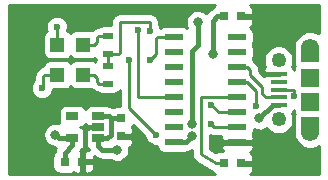
<source format=gtl>
G04 #@! TF.FileFunction,Copper,L1,Top,Signal*
%FSLAX46Y46*%
G04 Gerber Fmt 4.6, Leading zero omitted, Abs format (unit mm)*
G04 Created by KiCad (PCBNEW 4.0.7) date 04/02/19 22:13:27*
%MOMM*%
%LPD*%
G01*
G04 APERTURE LIST*
%ADD10C,0.100000*%
%ADD11R,0.750000X0.800000*%
%ADD12R,0.800000X0.750000*%
%ADD13R,1.200000X1.200000*%
%ADD14R,1.550000X1.500000*%
%ADD15R,1.550000X1.275000*%
%ADD16C,1.550000*%
%ADD17C,1.250000*%
%ADD18R,1.350000X0.400000*%
%ADD19R,0.900000X0.500000*%
%ADD20R,1.060000X0.650000*%
%ADD21R,1.500000X0.600000*%
%ADD22C,0.800000*%
%ADD23C,0.600000*%
%ADD24C,0.400000*%
%ADD25C,0.250000*%
%ADD26C,0.254000*%
G04 APERTURE END LIST*
D10*
D11*
X152273000Y-115050000D03*
X152273000Y-113550000D03*
D12*
X160921000Y-117348000D03*
X162421000Y-117348000D03*
X148959000Y-117221000D03*
X147459000Y-117221000D03*
X162421000Y-104902000D03*
X160921000Y-104902000D03*
D13*
X149055000Y-107315000D03*
X146855000Y-107315000D03*
X149055000Y-109855000D03*
X146855000Y-109855000D03*
D14*
X168275000Y-110125000D03*
D15*
X168275000Y-108187500D03*
D16*
X168275000Y-107550000D03*
X168275000Y-114700000D03*
D17*
X165575000Y-113625000D03*
D18*
X165575000Y-112425000D03*
X165575000Y-111775000D03*
X165575000Y-109825000D03*
X165575000Y-110475000D03*
X165575000Y-111125000D03*
D17*
X165575000Y-108625000D03*
D15*
X168275000Y-114062500D03*
D14*
X168275000Y-112125000D03*
D19*
X151130000Y-108065000D03*
X151130000Y-106565000D03*
X151130000Y-109105000D03*
X151130000Y-110605000D03*
D20*
X150325000Y-115250000D03*
X150325000Y-114300000D03*
X150325000Y-113350000D03*
X148125000Y-113350000D03*
X148125000Y-115250000D03*
D21*
X162085000Y-115570000D03*
X162085000Y-114300000D03*
X162085000Y-113030000D03*
X162085000Y-111760000D03*
X162085000Y-110490000D03*
X162085000Y-109220000D03*
X162085000Y-107950000D03*
X162085000Y-106680000D03*
X156685000Y-106680000D03*
X156685000Y-107950000D03*
X156685000Y-109220000D03*
X156685000Y-110490000D03*
X156685000Y-111760000D03*
X156685000Y-113030000D03*
X156685000Y-114300000D03*
X156685000Y-115570000D03*
D22*
X156845000Y-117729000D03*
X166116000Y-104775000D03*
X164338000Y-107061000D03*
X167767000Y-104775000D03*
X165989000Y-116459000D03*
X167640000Y-116459000D03*
X164338000Y-115697000D03*
X149733000Y-104521000D03*
X151892000Y-116205000D03*
X163957000Y-113538000D03*
D23*
X154686000Y-106172000D03*
D22*
X158242000Y-114046000D03*
X158750000Y-105410000D03*
X146685000Y-114935000D03*
X158242000Y-115062000D03*
X160020000Y-108077000D03*
D23*
X159893000Y-112395000D03*
X146812000Y-105791000D03*
X145542000Y-110998000D03*
X159893000Y-114046000D03*
X166878000Y-111633000D03*
X163703000Y-112522000D03*
X153670000Y-106045000D03*
X154686000Y-108585000D03*
X152908000Y-108585000D03*
X155194000Y-114935000D03*
D24*
X167767000Y-104775000D02*
X166116000Y-104775000D01*
X164338000Y-106553000D02*
X166116000Y-104775000D01*
X164084000Y-108839000D02*
X164084000Y-107315000D01*
X164435000Y-109825000D02*
X164084000Y-109474000D01*
X164084000Y-109474000D02*
X164084000Y-108839000D01*
X164435000Y-109825000D02*
X165575000Y-109825000D01*
X164084000Y-107315000D02*
X164338000Y-107061000D01*
X164338000Y-107061000D02*
X164338000Y-106553000D01*
X167640000Y-116459000D02*
X165989000Y-116459000D01*
X165989000Y-116459000D02*
X165100000Y-117348000D01*
X165100000Y-117348000D02*
X163576000Y-117348000D01*
X162421000Y-117348000D02*
X163576000Y-117348000D01*
X164338000Y-116586000D02*
X164338000Y-115697000D01*
X163576000Y-117348000D02*
X164338000Y-116586000D01*
X150325000Y-114300000D02*
X149225000Y-114300000D01*
X148959000Y-116471000D02*
X148959000Y-117221000D01*
X149225000Y-116205000D02*
X148959000Y-116471000D01*
X149225000Y-114300000D02*
X149225000Y-116205000D01*
X152273000Y-113550000D02*
X151396000Y-113550000D01*
X151396000Y-113550000D02*
X151196000Y-113350000D01*
X150325000Y-115250000D02*
X151069000Y-115250000D01*
X151196000Y-113350000D02*
X150325000Y-113350000D01*
X151384000Y-113538000D02*
X151196000Y-113350000D01*
X151384000Y-114935000D02*
X151384000Y-113538000D01*
X151069000Y-115250000D02*
X151384000Y-114935000D01*
X150325000Y-115908000D02*
X150325000Y-115250000D01*
X150622000Y-116205000D02*
X150325000Y-115908000D01*
X151892000Y-116205000D02*
X150622000Y-116205000D01*
X165070000Y-112425000D02*
X163957000Y-113538000D01*
X165575000Y-112425000D02*
X165070000Y-112425000D01*
D25*
X162085000Y-111760000D02*
X159004000Y-111760000D01*
X160274000Y-117348000D02*
X160909000Y-117348000D01*
X159004000Y-116586000D02*
X160274000Y-117348000D01*
X159004000Y-112395000D02*
X159004000Y-116586000D01*
X159004000Y-111760000D02*
X159004000Y-112395000D01*
X152146000Y-107696000D02*
X152146000Y-107950000D01*
X152146000Y-107696000D02*
X152146000Y-105410000D01*
X152146000Y-105410000D02*
X154686000Y-105410000D01*
X154686000Y-105410000D02*
X154686000Y-106172000D01*
X152031000Y-108065000D02*
X151130000Y-108065000D01*
X152146000Y-107950000D02*
X152031000Y-108065000D01*
D24*
X148125000Y-115250000D02*
X147000000Y-115250000D01*
X158242000Y-114046000D02*
X158242000Y-107823000D01*
X158242000Y-107823000D02*
X158750000Y-107315000D01*
X158750000Y-107315000D02*
X158750000Y-105410000D01*
X147000000Y-115250000D02*
X146685000Y-114935000D01*
X147459000Y-117221000D02*
X147459000Y-116447000D01*
X148125000Y-115781000D02*
X148125000Y-115250000D01*
X147459000Y-116447000D02*
X148125000Y-115781000D01*
D25*
X151130000Y-109105000D02*
X151130000Y-107950000D01*
X151130000Y-107950000D02*
X151130000Y-107938000D01*
D24*
X156685000Y-115570000D02*
X157734000Y-115570000D01*
X157734000Y-115570000D02*
X158242000Y-115062000D01*
X160401000Y-104902000D02*
X160921000Y-104902000D01*
X160020000Y-105283000D02*
X160401000Y-104902000D01*
X160020000Y-108077000D02*
X160020000Y-105283000D01*
D25*
X149055000Y-107315000D02*
X149987000Y-107315000D01*
X150356000Y-106565000D02*
X151130000Y-106565000D01*
X150241000Y-106680000D02*
X150356000Y-106565000D01*
X150241000Y-107061000D02*
X150241000Y-106680000D01*
X149987000Y-107315000D02*
X150241000Y-107061000D01*
X162085000Y-113030000D02*
X160528000Y-113030000D01*
X160528000Y-113030000D02*
X159893000Y-112395000D01*
X146855000Y-105834000D02*
X146855000Y-107315000D01*
X146812000Y-105791000D02*
X146855000Y-105834000D01*
X149055000Y-109855000D02*
X149987000Y-109855000D01*
X150356000Y-110605000D02*
X151130000Y-110605000D01*
X150241000Y-110490000D02*
X150356000Y-110605000D01*
X150241000Y-110109000D02*
X150241000Y-110490000D01*
X149987000Y-109855000D02*
X150241000Y-110109000D01*
X145669000Y-110871000D02*
X145542000Y-110998000D01*
X145669000Y-109982000D02*
X145669000Y-110871000D01*
X145796000Y-109855000D02*
X145669000Y-109982000D01*
X146855000Y-109855000D02*
X145796000Y-109855000D01*
X162085000Y-114300000D02*
X160147000Y-114300000D01*
X160147000Y-114300000D02*
X159893000Y-114046000D01*
X165575000Y-111775000D02*
X164480000Y-111775000D01*
X162941000Y-109220000D02*
X162085000Y-109220000D01*
X163195000Y-109474000D02*
X162941000Y-109220000D01*
X163195000Y-109855000D02*
X163195000Y-109474000D01*
X164211000Y-110871000D02*
X163195000Y-109855000D01*
X164211000Y-111506000D02*
X164211000Y-110871000D01*
X164480000Y-111775000D02*
X164211000Y-111506000D01*
X162085000Y-110490000D02*
X162941000Y-110490000D01*
X166878000Y-111125000D02*
X165575000Y-111125000D01*
X166878000Y-111633000D02*
X166878000Y-111125000D01*
X163703000Y-111252000D02*
X163703000Y-112522000D01*
X162941000Y-110490000D02*
X163703000Y-111252000D01*
X156685000Y-111760000D02*
X153670000Y-111760813D01*
X153670000Y-109982000D02*
X153670000Y-106045000D01*
X153670000Y-111760813D02*
X153670000Y-109982000D01*
X155321000Y-106680000D02*
X156685000Y-106680000D01*
X155194000Y-106807000D02*
X155321000Y-106680000D01*
X155194000Y-108077000D02*
X155194000Y-106807000D01*
X154686000Y-108585000D02*
X155194000Y-108077000D01*
X152908000Y-112649000D02*
X152908000Y-108585000D01*
X155194000Y-114935000D02*
X152908000Y-112649000D01*
D26*
G36*
X166861928Y-112875000D02*
X166869992Y-112976121D01*
X166923106Y-113147634D01*
X166928439Y-113155728D01*
X166887190Y-113247237D01*
X166861928Y-113425000D01*
X166861928Y-114700000D01*
X166864374Y-114730675D01*
X166863147Y-114818557D01*
X166913063Y-115090529D01*
X167014855Y-115347626D01*
X167164646Y-115580056D01*
X167356729Y-115778964D01*
X167583790Y-115936775D01*
X167837178Y-116047478D01*
X168107243Y-116106855D01*
X168383697Y-116112646D01*
X168656012Y-116064630D01*
X168913813Y-115964635D01*
X169015000Y-115900420D01*
X169015000Y-118273000D01*
X163140837Y-118273000D01*
X163225789Y-118216237D01*
X163314237Y-118127789D01*
X163383730Y-118023785D01*
X163431597Y-117908223D01*
X163456000Y-117785542D01*
X163456000Y-117633750D01*
X163297250Y-117475000D01*
X162548000Y-117475000D01*
X162548000Y-117495000D01*
X162294000Y-117495000D01*
X162294000Y-117475000D01*
X162274000Y-117475000D01*
X162274000Y-117221000D01*
X162294000Y-117221000D01*
X162294000Y-117201000D01*
X162548000Y-117201000D01*
X162548000Y-117221000D01*
X163297250Y-117221000D01*
X163456000Y-117062250D01*
X163456000Y-116910458D01*
X163431597Y-116787777D01*
X163383730Y-116672215D01*
X163314237Y-116568211D01*
X163225789Y-116479763D01*
X163145592Y-116426177D01*
X163239789Y-116363237D01*
X163328237Y-116274789D01*
X163397730Y-116170785D01*
X163445597Y-116055223D01*
X163470000Y-115932542D01*
X163470000Y-115855750D01*
X163311250Y-115697000D01*
X162212000Y-115697000D01*
X162212000Y-115717000D01*
X161958000Y-115717000D01*
X161958000Y-115697000D01*
X160858750Y-115697000D01*
X160700000Y-115855750D01*
X160700000Y-115932542D01*
X160724403Y-116055223D01*
X160772270Y-116170785D01*
X160841763Y-116274789D01*
X160901902Y-116334928D01*
X160521000Y-116334928D01*
X160419879Y-116342992D01*
X160248366Y-116396106D01*
X160208485Y-116422386D01*
X159764000Y-116155695D01*
X159764000Y-114975011D01*
X159781757Y-114978915D01*
X159813095Y-114979571D01*
X159847604Y-114998543D01*
X159851416Y-114999752D01*
X159854935Y-115001639D01*
X159922031Y-115022152D01*
X159988987Y-115043392D01*
X159992959Y-115043838D01*
X159996781Y-115045006D01*
X160066605Y-115052098D01*
X160136389Y-115059926D01*
X160144204Y-115059981D01*
X160144347Y-115059995D01*
X160144480Y-115059982D01*
X160147000Y-115060000D01*
X160734666Y-115060000D01*
X160724403Y-115084777D01*
X160700000Y-115207458D01*
X160700000Y-115284250D01*
X160858750Y-115443000D01*
X161958000Y-115443000D01*
X161958000Y-115423000D01*
X162212000Y-115423000D01*
X162212000Y-115443000D01*
X163311250Y-115443000D01*
X163470000Y-115284250D01*
X163470000Y-115207458D01*
X163445597Y-115084777D01*
X163397730Y-114969215D01*
X163376101Y-114936845D01*
X163447810Y-114777763D01*
X163473072Y-114600000D01*
X163473072Y-114456091D01*
X163635620Y-114527106D01*
X163833859Y-114570692D01*
X164036788Y-114574943D01*
X164236679Y-114539697D01*
X164425916Y-114466296D01*
X164562333Y-114379723D01*
X164582768Y-114411433D01*
X164754417Y-114589181D01*
X164957322Y-114730204D01*
X165183755Y-114829130D01*
X165425089Y-114882191D01*
X165672134Y-114887365D01*
X165915479Y-114844457D01*
X166145855Y-114755100D01*
X166354487Y-114622698D01*
X166533429Y-114452294D01*
X166675865Y-114250378D01*
X166776369Y-114024642D01*
X166831113Y-113783684D01*
X166835054Y-113501451D01*
X166787059Y-113259058D01*
X166706408Y-113063384D01*
X166789025Y-112966450D01*
X166861928Y-112804720D01*
X166861928Y-112875000D01*
X166861928Y-112875000D01*
G37*
X166861928Y-112875000D02*
X166869992Y-112976121D01*
X166923106Y-113147634D01*
X166928439Y-113155728D01*
X166887190Y-113247237D01*
X166861928Y-113425000D01*
X166861928Y-114700000D01*
X166864374Y-114730675D01*
X166863147Y-114818557D01*
X166913063Y-115090529D01*
X167014855Y-115347626D01*
X167164646Y-115580056D01*
X167356729Y-115778964D01*
X167583790Y-115936775D01*
X167837178Y-116047478D01*
X168107243Y-116106855D01*
X168383697Y-116112646D01*
X168656012Y-116064630D01*
X168913813Y-115964635D01*
X169015000Y-115900420D01*
X169015000Y-118273000D01*
X163140837Y-118273000D01*
X163225789Y-118216237D01*
X163314237Y-118127789D01*
X163383730Y-118023785D01*
X163431597Y-117908223D01*
X163456000Y-117785542D01*
X163456000Y-117633750D01*
X163297250Y-117475000D01*
X162548000Y-117475000D01*
X162548000Y-117495000D01*
X162294000Y-117495000D01*
X162294000Y-117475000D01*
X162274000Y-117475000D01*
X162274000Y-117221000D01*
X162294000Y-117221000D01*
X162294000Y-117201000D01*
X162548000Y-117201000D01*
X162548000Y-117221000D01*
X163297250Y-117221000D01*
X163456000Y-117062250D01*
X163456000Y-116910458D01*
X163431597Y-116787777D01*
X163383730Y-116672215D01*
X163314237Y-116568211D01*
X163225789Y-116479763D01*
X163145592Y-116426177D01*
X163239789Y-116363237D01*
X163328237Y-116274789D01*
X163397730Y-116170785D01*
X163445597Y-116055223D01*
X163470000Y-115932542D01*
X163470000Y-115855750D01*
X163311250Y-115697000D01*
X162212000Y-115697000D01*
X162212000Y-115717000D01*
X161958000Y-115717000D01*
X161958000Y-115697000D01*
X160858750Y-115697000D01*
X160700000Y-115855750D01*
X160700000Y-115932542D01*
X160724403Y-116055223D01*
X160772270Y-116170785D01*
X160841763Y-116274789D01*
X160901902Y-116334928D01*
X160521000Y-116334928D01*
X160419879Y-116342992D01*
X160248366Y-116396106D01*
X160208485Y-116422386D01*
X159764000Y-116155695D01*
X159764000Y-114975011D01*
X159781757Y-114978915D01*
X159813095Y-114979571D01*
X159847604Y-114998543D01*
X159851416Y-114999752D01*
X159854935Y-115001639D01*
X159922031Y-115022152D01*
X159988987Y-115043392D01*
X159992959Y-115043838D01*
X159996781Y-115045006D01*
X160066605Y-115052098D01*
X160136389Y-115059926D01*
X160144204Y-115059981D01*
X160144347Y-115059995D01*
X160144480Y-115059982D01*
X160147000Y-115060000D01*
X160734666Y-115060000D01*
X160724403Y-115084777D01*
X160700000Y-115207458D01*
X160700000Y-115284250D01*
X160858750Y-115443000D01*
X161958000Y-115443000D01*
X161958000Y-115423000D01*
X162212000Y-115423000D01*
X162212000Y-115443000D01*
X163311250Y-115443000D01*
X163470000Y-115284250D01*
X163470000Y-115207458D01*
X163445597Y-115084777D01*
X163397730Y-114969215D01*
X163376101Y-114936845D01*
X163447810Y-114777763D01*
X163473072Y-114600000D01*
X163473072Y-114456091D01*
X163635620Y-114527106D01*
X163833859Y-114570692D01*
X164036788Y-114574943D01*
X164236679Y-114539697D01*
X164425916Y-114466296D01*
X164562333Y-114379723D01*
X164582768Y-114411433D01*
X164754417Y-114589181D01*
X164957322Y-114730204D01*
X165183755Y-114829130D01*
X165425089Y-114882191D01*
X165672134Y-114887365D01*
X165915479Y-114844457D01*
X166145855Y-114755100D01*
X166354487Y-114622698D01*
X166533429Y-114452294D01*
X166675865Y-114250378D01*
X166776369Y-114024642D01*
X166831113Y-113783684D01*
X166835054Y-113501451D01*
X166787059Y-113259058D01*
X166706408Y-113063384D01*
X166789025Y-112966450D01*
X166861928Y-112804720D01*
X166861928Y-112875000D01*
G36*
X160098441Y-104048900D02*
X159985593Y-104181305D01*
X159946226Y-104201711D01*
X159942796Y-104204449D01*
X159938918Y-104206511D01*
X159879131Y-104255272D01*
X159818866Y-104303380D01*
X159812761Y-104309401D01*
X159812630Y-104309508D01*
X159812530Y-104309629D01*
X159810566Y-104311566D01*
X159463024Y-104659108D01*
X159412926Y-104608660D01*
X159244653Y-104495158D01*
X159057539Y-104416503D01*
X158858710Y-104375689D01*
X158655741Y-104374272D01*
X158456363Y-104412306D01*
X158268168Y-104488341D01*
X158098327Y-104599482D01*
X157953308Y-104741496D01*
X157838634Y-104908972D01*
X157758674Y-105095533D01*
X157716473Y-105294071D01*
X157713639Y-105497026D01*
X157750280Y-105696665D01*
X157823188Y-105880810D01*
X157776450Y-105840975D01*
X157612763Y-105767190D01*
X157435000Y-105741928D01*
X155935000Y-105741928D01*
X155833879Y-105749992D01*
X155662366Y-105803106D01*
X155570307Y-105863769D01*
X155515550Y-105730920D01*
X155446000Y-105626238D01*
X155446000Y-105410000D01*
X155439015Y-105338758D01*
X155432538Y-105267590D01*
X155431786Y-105265035D01*
X155431526Y-105262382D01*
X155410856Y-105193919D01*
X155390660Y-105125299D01*
X155389425Y-105122936D01*
X155388655Y-105120387D01*
X155355093Y-105057265D01*
X155321941Y-104993852D01*
X155320271Y-104991775D01*
X155319020Y-104989422D01*
X155273790Y-104933965D01*
X155228999Y-104878256D01*
X155226960Y-104876545D01*
X155225274Y-104874478D01*
X155170102Y-104828836D01*
X155115375Y-104782914D01*
X155113043Y-104781632D01*
X155110987Y-104779931D01*
X155048031Y-104745891D01*
X154985396Y-104711457D01*
X154982855Y-104710651D01*
X154980512Y-104709384D01*
X154912203Y-104688239D01*
X154844013Y-104666608D01*
X154841364Y-104666311D01*
X154838819Y-104665523D01*
X154767728Y-104658051D01*
X154696611Y-104650074D01*
X154691489Y-104650038D01*
X154691306Y-104650019D01*
X154691122Y-104650036D01*
X154686000Y-104650000D01*
X152146000Y-104650000D01*
X152074758Y-104656985D01*
X152003590Y-104663462D01*
X152001035Y-104664214D01*
X151998382Y-104664474D01*
X151929919Y-104685144D01*
X151861299Y-104705340D01*
X151858936Y-104706575D01*
X151856387Y-104707345D01*
X151793265Y-104740907D01*
X151729852Y-104774059D01*
X151727775Y-104775729D01*
X151725422Y-104776980D01*
X151669965Y-104822210D01*
X151614256Y-104867001D01*
X151612545Y-104869040D01*
X151610478Y-104870726D01*
X151564836Y-104925898D01*
X151518914Y-104980625D01*
X151517632Y-104982957D01*
X151515931Y-104985013D01*
X151481891Y-105047969D01*
X151447457Y-105110604D01*
X151446651Y-105113145D01*
X151445384Y-105115488D01*
X151424239Y-105183797D01*
X151402608Y-105251987D01*
X151402311Y-105254636D01*
X151401523Y-105257181D01*
X151394051Y-105328272D01*
X151386074Y-105399389D01*
X151386038Y-105404511D01*
X151386019Y-105404694D01*
X151386036Y-105404878D01*
X151386000Y-105410000D01*
X151386000Y-105676928D01*
X150680000Y-105676928D01*
X150578879Y-105684992D01*
X150407366Y-105738106D01*
X150297084Y-105810777D01*
X150286115Y-105811852D01*
X150216198Y-105817969D01*
X150212360Y-105819084D01*
X150208382Y-105819474D01*
X150141200Y-105839757D01*
X150073761Y-105859350D01*
X150070210Y-105861191D01*
X150066387Y-105862345D01*
X150004426Y-105895290D01*
X149942075Y-105927610D01*
X149938952Y-105930103D01*
X149935422Y-105931980D01*
X149880989Y-105976375D01*
X149826155Y-106020148D01*
X149820596Y-106025630D01*
X149820478Y-106025726D01*
X149820388Y-106025835D01*
X149818599Y-106027599D01*
X149755052Y-106091146D01*
X149655000Y-106076928D01*
X148455000Y-106076928D01*
X148353879Y-106084992D01*
X148182366Y-106138106D01*
X148032441Y-106236900D01*
X147955775Y-106326852D01*
X147933100Y-106292441D01*
X147796450Y-106175975D01*
X147686245Y-106126298D01*
X147703492Y-106087560D01*
X147744116Y-105908754D01*
X147747040Y-105699319D01*
X147711425Y-105519448D01*
X147641550Y-105349920D01*
X147540079Y-105197193D01*
X147410875Y-105067084D01*
X147258860Y-104964549D01*
X147089825Y-104893493D01*
X146910207Y-104856623D01*
X146726849Y-104855343D01*
X146546733Y-104889701D01*
X146376722Y-104958390D01*
X146223291Y-105058793D01*
X146092283Y-105187086D01*
X145988689Y-105338381D01*
X145916454Y-105506916D01*
X145878331Y-105686272D01*
X145875771Y-105869617D01*
X145908872Y-106049968D01*
X145951755Y-106158278D01*
X145832441Y-106236900D01*
X145715975Y-106373550D01*
X145642190Y-106537237D01*
X145616928Y-106715000D01*
X145616928Y-107915000D01*
X145624992Y-108016121D01*
X145678106Y-108187634D01*
X145776900Y-108337559D01*
X145913550Y-108454025D01*
X146077237Y-108527810D01*
X146255000Y-108553072D01*
X147455000Y-108553072D01*
X147556121Y-108545008D01*
X147727634Y-108491894D01*
X147877559Y-108393100D01*
X147954225Y-108303148D01*
X147976900Y-108337559D01*
X148113550Y-108454025D01*
X148277237Y-108527810D01*
X148455000Y-108553072D01*
X149655000Y-108553072D01*
X149756121Y-108545008D01*
X149927634Y-108491894D01*
X150049624Y-108411508D01*
X150049992Y-108416121D01*
X150103106Y-108587634D01*
X150105763Y-108591666D01*
X150067190Y-108677237D01*
X150054637Y-108765568D01*
X149996450Y-108715975D01*
X149832763Y-108642190D01*
X149655000Y-108616928D01*
X148455000Y-108616928D01*
X148353879Y-108624992D01*
X148182366Y-108678106D01*
X148032441Y-108776900D01*
X147955775Y-108866852D01*
X147933100Y-108832441D01*
X147796450Y-108715975D01*
X147632763Y-108642190D01*
X147455000Y-108616928D01*
X146255000Y-108616928D01*
X146153879Y-108624992D01*
X145982366Y-108678106D01*
X145832441Y-108776900D01*
X145715975Y-108913550D01*
X145642190Y-109077237D01*
X145637126Y-109112872D01*
X145581179Y-109129764D01*
X145513760Y-109149351D01*
X145510212Y-109151190D01*
X145506387Y-109152345D01*
X145444429Y-109185288D01*
X145382074Y-109217610D01*
X145378949Y-109220105D01*
X145375422Y-109221980D01*
X145321035Y-109266337D01*
X145266154Y-109310148D01*
X145260594Y-109315631D01*
X145260478Y-109315726D01*
X145260389Y-109315834D01*
X145258599Y-109317599D01*
X145131599Y-109444599D01*
X145087032Y-109498855D01*
X145041914Y-109552625D01*
X145039989Y-109556126D01*
X145037452Y-109559215D01*
X145004287Y-109621067D01*
X144970457Y-109682604D01*
X144969248Y-109686416D01*
X144967361Y-109689935D01*
X144946848Y-109757031D01*
X144925608Y-109823987D01*
X144925162Y-109827959D01*
X144923994Y-109831781D01*
X144916897Y-109901649D01*
X144909074Y-109971389D01*
X144909020Y-109979194D01*
X144909004Y-109979347D01*
X144909018Y-109979490D01*
X144909000Y-109982000D01*
X144909000Y-110309166D01*
X144822283Y-110394086D01*
X144718689Y-110545381D01*
X144646454Y-110713916D01*
X144608331Y-110893272D01*
X144605771Y-111076617D01*
X144638872Y-111256968D01*
X144706372Y-111427454D01*
X144805701Y-111581583D01*
X144933076Y-111713484D01*
X145083644Y-111818131D01*
X145251671Y-111891540D01*
X145430757Y-111930915D01*
X145614079Y-111934755D01*
X145794657Y-111902914D01*
X145965610Y-111836606D01*
X146120429Y-111738355D01*
X146253215Y-111611904D01*
X146358911Y-111462070D01*
X146433492Y-111294560D01*
X146474116Y-111115754D01*
X146474433Y-111093072D01*
X147455000Y-111093072D01*
X147556121Y-111085008D01*
X147727634Y-111031894D01*
X147877559Y-110933100D01*
X147954225Y-110843148D01*
X147976900Y-110877559D01*
X148113550Y-110994025D01*
X148277237Y-111067810D01*
X148455000Y-111093072D01*
X149655000Y-111093072D01*
X149756121Y-111085008D01*
X149760004Y-111083806D01*
X149818599Y-111142401D01*
X149872833Y-111186949D01*
X149926625Y-111232086D01*
X149930129Y-111234012D01*
X149933216Y-111236548D01*
X149995062Y-111269710D01*
X150056604Y-111303543D01*
X150060414Y-111304752D01*
X150063936Y-111306640D01*
X150131104Y-111327176D01*
X150197987Y-111348392D01*
X150201954Y-111348837D01*
X150205781Y-111350007D01*
X150275699Y-111357109D01*
X150298197Y-111359633D01*
X150338550Y-111394025D01*
X150502237Y-111467810D01*
X150680000Y-111493072D01*
X151580000Y-111493072D01*
X151681121Y-111485008D01*
X151852634Y-111431894D01*
X152002559Y-111333100D01*
X152119025Y-111196450D01*
X152148000Y-111132171D01*
X152148000Y-112511928D01*
X151898000Y-112511928D01*
X151796879Y-112519992D01*
X151625366Y-112573106D01*
X151571900Y-112608338D01*
X151524941Y-112582522D01*
X151520758Y-112581195D01*
X151516886Y-112579119D01*
X151443107Y-112556563D01*
X151369606Y-112533247D01*
X151365242Y-112532758D01*
X151361044Y-112531474D01*
X151284284Y-112523676D01*
X151234077Y-112518044D01*
X151196450Y-112485975D01*
X151032763Y-112412190D01*
X150855000Y-112386928D01*
X149795000Y-112386928D01*
X149693879Y-112394992D01*
X149522366Y-112448106D01*
X149372441Y-112546900D01*
X149255975Y-112683550D01*
X149227774Y-112746113D01*
X149133100Y-112602441D01*
X148996450Y-112485975D01*
X148832763Y-112412190D01*
X148655000Y-112386928D01*
X147595000Y-112386928D01*
X147493879Y-112394992D01*
X147322366Y-112448106D01*
X147172441Y-112546900D01*
X147055975Y-112683550D01*
X146982190Y-112847237D01*
X146956928Y-113025000D01*
X146956928Y-113675000D01*
X146964992Y-113776121D01*
X147018106Y-113947634D01*
X147022313Y-113954019D01*
X146992539Y-113941503D01*
X146793710Y-113900689D01*
X146590741Y-113899272D01*
X146391363Y-113937306D01*
X146203168Y-114013341D01*
X146033327Y-114124482D01*
X145888308Y-114266496D01*
X145773634Y-114433972D01*
X145693674Y-114620533D01*
X145651473Y-114819071D01*
X145648639Y-115022026D01*
X145685280Y-115221665D01*
X145760000Y-115410386D01*
X145869953Y-115580999D01*
X146010950Y-115727006D01*
X146177622Y-115842846D01*
X146363620Y-115924106D01*
X146561859Y-115967692D01*
X146580651Y-115968086D01*
X146603506Y-115980341D01*
X146671059Y-116017478D01*
X146675240Y-116018804D01*
X146679113Y-116020881D01*
X146735329Y-116038067D01*
X146728648Y-116050526D01*
X146691522Y-116118059D01*
X146690195Y-116122242D01*
X146688119Y-116126114D01*
X146665563Y-116199893D01*
X146642247Y-116273394D01*
X146641758Y-116277758D01*
X146640474Y-116281956D01*
X146632676Y-116358716D01*
X146630919Y-116374379D01*
X146519975Y-116504550D01*
X146446190Y-116668237D01*
X146420928Y-116846000D01*
X146420928Y-117596000D01*
X146428992Y-117697121D01*
X146482106Y-117868634D01*
X146580900Y-118018559D01*
X146717550Y-118135025D01*
X146881237Y-118208810D01*
X147059000Y-118234072D01*
X147859000Y-118234072D01*
X147960121Y-118226008D01*
X148131634Y-118172894D01*
X148206037Y-118123866D01*
X148258215Y-118158730D01*
X148373777Y-118206597D01*
X148496458Y-118231000D01*
X148673250Y-118231000D01*
X148832000Y-118072250D01*
X148832000Y-117348000D01*
X149086000Y-117348000D01*
X149086000Y-118072250D01*
X149244750Y-118231000D01*
X149421542Y-118231000D01*
X149544223Y-118206597D01*
X149659785Y-118158730D01*
X149763789Y-118089237D01*
X149852237Y-118000789D01*
X149921730Y-117896785D01*
X149969597Y-117781223D01*
X149994000Y-117658542D01*
X149994000Y-117506750D01*
X149835250Y-117348000D01*
X149086000Y-117348000D01*
X148832000Y-117348000D01*
X148812000Y-117348000D01*
X148812000Y-117094000D01*
X148832000Y-117094000D01*
X148832000Y-116369750D01*
X148768813Y-116306563D01*
X148813970Y-116252747D01*
X148816085Y-116248900D01*
X148818872Y-116245507D01*
X148855341Y-116177494D01*
X148857469Y-116173623D01*
X148927634Y-116151894D01*
X149077559Y-116053100D01*
X149194025Y-115916450D01*
X149222226Y-115853887D01*
X149316900Y-115997559D01*
X149453550Y-116114025D01*
X149529416Y-116148223D01*
X149549715Y-116218092D01*
X149551734Y-116221986D01*
X149553004Y-116226194D01*
X149561764Y-116242669D01*
X149544223Y-116235403D01*
X149421542Y-116211000D01*
X149244750Y-116211000D01*
X149086000Y-116369750D01*
X149086000Y-117094000D01*
X149835250Y-117094000D01*
X149994000Y-116935250D01*
X149994000Y-116783458D01*
X149987646Y-116751514D01*
X150031566Y-116795434D01*
X150091155Y-116844382D01*
X150150253Y-116893970D01*
X150154100Y-116896085D01*
X150157493Y-116898872D01*
X150225471Y-116935321D01*
X150293059Y-116972478D01*
X150297244Y-116973806D01*
X150301113Y-116975880D01*
X150374861Y-116998427D01*
X150448394Y-117021753D01*
X150452758Y-117022243D01*
X150456956Y-117023526D01*
X150533671Y-117031319D01*
X150610342Y-117039919D01*
X150618924Y-117039979D01*
X150619085Y-117039995D01*
X150619235Y-117039981D01*
X150622000Y-117040000D01*
X151279810Y-117040000D01*
X151384622Y-117112846D01*
X151570620Y-117194106D01*
X151768859Y-117237692D01*
X151971788Y-117241943D01*
X152171679Y-117206697D01*
X152360916Y-117133296D01*
X152532293Y-117024537D01*
X152679281Y-116884563D01*
X152796282Y-116718703D01*
X152878839Y-116533278D01*
X152923807Y-116335348D01*
X152927044Y-116103513D01*
X152912079Y-116027934D01*
X152948785Y-116012730D01*
X153052789Y-115943237D01*
X153141237Y-115854789D01*
X153210730Y-115750785D01*
X153258597Y-115635223D01*
X153283000Y-115512542D01*
X153283000Y-115335750D01*
X153124250Y-115177000D01*
X152400000Y-115177000D01*
X152400000Y-115197000D01*
X152172884Y-115197000D01*
X152177441Y-115182093D01*
X152200753Y-115108606D01*
X152201242Y-115104242D01*
X152202526Y-115100044D01*
X152210319Y-115023329D01*
X152218919Y-114946658D01*
X152218979Y-114938076D01*
X152218995Y-114937915D01*
X152218981Y-114937765D01*
X152219000Y-114935000D01*
X152219000Y-114903000D01*
X152400000Y-114903000D01*
X152400000Y-114923000D01*
X153124250Y-114923000D01*
X153283000Y-114764250D01*
X153283000Y-114587458D01*
X153258597Y-114464777D01*
X153210730Y-114349215D01*
X153178677Y-114301244D01*
X153187025Y-114291450D01*
X153260810Y-114127763D01*
X153267175Y-114082977D01*
X154271249Y-115087051D01*
X154290872Y-115193968D01*
X154358372Y-115364454D01*
X154457701Y-115518583D01*
X154585076Y-115650484D01*
X154735644Y-115755131D01*
X154903671Y-115828540D01*
X155082757Y-115867915D01*
X155266079Y-115871755D01*
X155296928Y-115866315D01*
X155296928Y-115870000D01*
X155304992Y-115971121D01*
X155358106Y-116142634D01*
X155456900Y-116292559D01*
X155593550Y-116409025D01*
X155757237Y-116482810D01*
X155935000Y-116508072D01*
X157435000Y-116508072D01*
X157536121Y-116500008D01*
X157707634Y-116446894D01*
X157777715Y-116400714D01*
X157810747Y-116397475D01*
X157887600Y-116390751D01*
X157891814Y-116389527D01*
X157896186Y-116389098D01*
X157970081Y-116366788D01*
X158044092Y-116345285D01*
X158047986Y-116343266D01*
X158052194Y-116341996D01*
X158120311Y-116305777D01*
X158188774Y-116270290D01*
X158192207Y-116267549D01*
X158196082Y-116265489D01*
X158244000Y-116226408D01*
X158244000Y-116586000D01*
X158245452Y-116600806D01*
X158244579Y-116615655D01*
X158252677Y-116674495D01*
X158258474Y-116733618D01*
X158262774Y-116747860D01*
X158264802Y-116762596D01*
X158284175Y-116818745D01*
X158301345Y-116875613D01*
X158308329Y-116888749D01*
X158313181Y-116902810D01*
X158343091Y-116954126D01*
X158370980Y-117006578D01*
X158380382Y-117018106D01*
X158387873Y-117030958D01*
X158427179Y-117075484D01*
X158464726Y-117121522D01*
X158476191Y-117131007D01*
X158486033Y-117142156D01*
X158533234Y-117178197D01*
X158579013Y-117216069D01*
X158592100Y-117223145D01*
X158603922Y-117232172D01*
X158612983Y-117237695D01*
X159882983Y-117999695D01*
X159929498Y-118021746D01*
X159974604Y-118046543D01*
X159978459Y-118047766D01*
X160042900Y-118145559D01*
X160179550Y-118262025D01*
X160203897Y-118273000D01*
X142783000Y-118273000D01*
X142783000Y-103964000D01*
X160227281Y-103964000D01*
X160098441Y-104048900D01*
X160098441Y-104048900D01*
G37*
X160098441Y-104048900D02*
X159985593Y-104181305D01*
X159946226Y-104201711D01*
X159942796Y-104204449D01*
X159938918Y-104206511D01*
X159879131Y-104255272D01*
X159818866Y-104303380D01*
X159812761Y-104309401D01*
X159812630Y-104309508D01*
X159812530Y-104309629D01*
X159810566Y-104311566D01*
X159463024Y-104659108D01*
X159412926Y-104608660D01*
X159244653Y-104495158D01*
X159057539Y-104416503D01*
X158858710Y-104375689D01*
X158655741Y-104374272D01*
X158456363Y-104412306D01*
X158268168Y-104488341D01*
X158098327Y-104599482D01*
X157953308Y-104741496D01*
X157838634Y-104908972D01*
X157758674Y-105095533D01*
X157716473Y-105294071D01*
X157713639Y-105497026D01*
X157750280Y-105696665D01*
X157823188Y-105880810D01*
X157776450Y-105840975D01*
X157612763Y-105767190D01*
X157435000Y-105741928D01*
X155935000Y-105741928D01*
X155833879Y-105749992D01*
X155662366Y-105803106D01*
X155570307Y-105863769D01*
X155515550Y-105730920D01*
X155446000Y-105626238D01*
X155446000Y-105410000D01*
X155439015Y-105338758D01*
X155432538Y-105267590D01*
X155431786Y-105265035D01*
X155431526Y-105262382D01*
X155410856Y-105193919D01*
X155390660Y-105125299D01*
X155389425Y-105122936D01*
X155388655Y-105120387D01*
X155355093Y-105057265D01*
X155321941Y-104993852D01*
X155320271Y-104991775D01*
X155319020Y-104989422D01*
X155273790Y-104933965D01*
X155228999Y-104878256D01*
X155226960Y-104876545D01*
X155225274Y-104874478D01*
X155170102Y-104828836D01*
X155115375Y-104782914D01*
X155113043Y-104781632D01*
X155110987Y-104779931D01*
X155048031Y-104745891D01*
X154985396Y-104711457D01*
X154982855Y-104710651D01*
X154980512Y-104709384D01*
X154912203Y-104688239D01*
X154844013Y-104666608D01*
X154841364Y-104666311D01*
X154838819Y-104665523D01*
X154767728Y-104658051D01*
X154696611Y-104650074D01*
X154691489Y-104650038D01*
X154691306Y-104650019D01*
X154691122Y-104650036D01*
X154686000Y-104650000D01*
X152146000Y-104650000D01*
X152074758Y-104656985D01*
X152003590Y-104663462D01*
X152001035Y-104664214D01*
X151998382Y-104664474D01*
X151929919Y-104685144D01*
X151861299Y-104705340D01*
X151858936Y-104706575D01*
X151856387Y-104707345D01*
X151793265Y-104740907D01*
X151729852Y-104774059D01*
X151727775Y-104775729D01*
X151725422Y-104776980D01*
X151669965Y-104822210D01*
X151614256Y-104867001D01*
X151612545Y-104869040D01*
X151610478Y-104870726D01*
X151564836Y-104925898D01*
X151518914Y-104980625D01*
X151517632Y-104982957D01*
X151515931Y-104985013D01*
X151481891Y-105047969D01*
X151447457Y-105110604D01*
X151446651Y-105113145D01*
X151445384Y-105115488D01*
X151424239Y-105183797D01*
X151402608Y-105251987D01*
X151402311Y-105254636D01*
X151401523Y-105257181D01*
X151394051Y-105328272D01*
X151386074Y-105399389D01*
X151386038Y-105404511D01*
X151386019Y-105404694D01*
X151386036Y-105404878D01*
X151386000Y-105410000D01*
X151386000Y-105676928D01*
X150680000Y-105676928D01*
X150578879Y-105684992D01*
X150407366Y-105738106D01*
X150297084Y-105810777D01*
X150286115Y-105811852D01*
X150216198Y-105817969D01*
X150212360Y-105819084D01*
X150208382Y-105819474D01*
X150141200Y-105839757D01*
X150073761Y-105859350D01*
X150070210Y-105861191D01*
X150066387Y-105862345D01*
X150004426Y-105895290D01*
X149942075Y-105927610D01*
X149938952Y-105930103D01*
X149935422Y-105931980D01*
X149880989Y-105976375D01*
X149826155Y-106020148D01*
X149820596Y-106025630D01*
X149820478Y-106025726D01*
X149820388Y-106025835D01*
X149818599Y-106027599D01*
X149755052Y-106091146D01*
X149655000Y-106076928D01*
X148455000Y-106076928D01*
X148353879Y-106084992D01*
X148182366Y-106138106D01*
X148032441Y-106236900D01*
X147955775Y-106326852D01*
X147933100Y-106292441D01*
X147796450Y-106175975D01*
X147686245Y-106126298D01*
X147703492Y-106087560D01*
X147744116Y-105908754D01*
X147747040Y-105699319D01*
X147711425Y-105519448D01*
X147641550Y-105349920D01*
X147540079Y-105197193D01*
X147410875Y-105067084D01*
X147258860Y-104964549D01*
X147089825Y-104893493D01*
X146910207Y-104856623D01*
X146726849Y-104855343D01*
X146546733Y-104889701D01*
X146376722Y-104958390D01*
X146223291Y-105058793D01*
X146092283Y-105187086D01*
X145988689Y-105338381D01*
X145916454Y-105506916D01*
X145878331Y-105686272D01*
X145875771Y-105869617D01*
X145908872Y-106049968D01*
X145951755Y-106158278D01*
X145832441Y-106236900D01*
X145715975Y-106373550D01*
X145642190Y-106537237D01*
X145616928Y-106715000D01*
X145616928Y-107915000D01*
X145624992Y-108016121D01*
X145678106Y-108187634D01*
X145776900Y-108337559D01*
X145913550Y-108454025D01*
X146077237Y-108527810D01*
X146255000Y-108553072D01*
X147455000Y-108553072D01*
X147556121Y-108545008D01*
X147727634Y-108491894D01*
X147877559Y-108393100D01*
X147954225Y-108303148D01*
X147976900Y-108337559D01*
X148113550Y-108454025D01*
X148277237Y-108527810D01*
X148455000Y-108553072D01*
X149655000Y-108553072D01*
X149756121Y-108545008D01*
X149927634Y-108491894D01*
X150049624Y-108411508D01*
X150049992Y-108416121D01*
X150103106Y-108587634D01*
X150105763Y-108591666D01*
X150067190Y-108677237D01*
X150054637Y-108765568D01*
X149996450Y-108715975D01*
X149832763Y-108642190D01*
X149655000Y-108616928D01*
X148455000Y-108616928D01*
X148353879Y-108624992D01*
X148182366Y-108678106D01*
X148032441Y-108776900D01*
X147955775Y-108866852D01*
X147933100Y-108832441D01*
X147796450Y-108715975D01*
X147632763Y-108642190D01*
X147455000Y-108616928D01*
X146255000Y-108616928D01*
X146153879Y-108624992D01*
X145982366Y-108678106D01*
X145832441Y-108776900D01*
X145715975Y-108913550D01*
X145642190Y-109077237D01*
X145637126Y-109112872D01*
X145581179Y-109129764D01*
X145513760Y-109149351D01*
X145510212Y-109151190D01*
X145506387Y-109152345D01*
X145444429Y-109185288D01*
X145382074Y-109217610D01*
X145378949Y-109220105D01*
X145375422Y-109221980D01*
X145321035Y-109266337D01*
X145266154Y-109310148D01*
X145260594Y-109315631D01*
X145260478Y-109315726D01*
X145260389Y-109315834D01*
X145258599Y-109317599D01*
X145131599Y-109444599D01*
X145087032Y-109498855D01*
X145041914Y-109552625D01*
X145039989Y-109556126D01*
X145037452Y-109559215D01*
X145004287Y-109621067D01*
X144970457Y-109682604D01*
X144969248Y-109686416D01*
X144967361Y-109689935D01*
X144946848Y-109757031D01*
X144925608Y-109823987D01*
X144925162Y-109827959D01*
X144923994Y-109831781D01*
X144916897Y-109901649D01*
X144909074Y-109971389D01*
X144909020Y-109979194D01*
X144909004Y-109979347D01*
X144909018Y-109979490D01*
X144909000Y-109982000D01*
X144909000Y-110309166D01*
X144822283Y-110394086D01*
X144718689Y-110545381D01*
X144646454Y-110713916D01*
X144608331Y-110893272D01*
X144605771Y-111076617D01*
X144638872Y-111256968D01*
X144706372Y-111427454D01*
X144805701Y-111581583D01*
X144933076Y-111713484D01*
X145083644Y-111818131D01*
X145251671Y-111891540D01*
X145430757Y-111930915D01*
X145614079Y-111934755D01*
X145794657Y-111902914D01*
X145965610Y-111836606D01*
X146120429Y-111738355D01*
X146253215Y-111611904D01*
X146358911Y-111462070D01*
X146433492Y-111294560D01*
X146474116Y-111115754D01*
X146474433Y-111093072D01*
X147455000Y-111093072D01*
X147556121Y-111085008D01*
X147727634Y-111031894D01*
X147877559Y-110933100D01*
X147954225Y-110843148D01*
X147976900Y-110877559D01*
X148113550Y-110994025D01*
X148277237Y-111067810D01*
X148455000Y-111093072D01*
X149655000Y-111093072D01*
X149756121Y-111085008D01*
X149760004Y-111083806D01*
X149818599Y-111142401D01*
X149872833Y-111186949D01*
X149926625Y-111232086D01*
X149930129Y-111234012D01*
X149933216Y-111236548D01*
X149995062Y-111269710D01*
X150056604Y-111303543D01*
X150060414Y-111304752D01*
X150063936Y-111306640D01*
X150131104Y-111327176D01*
X150197987Y-111348392D01*
X150201954Y-111348837D01*
X150205781Y-111350007D01*
X150275699Y-111357109D01*
X150298197Y-111359633D01*
X150338550Y-111394025D01*
X150502237Y-111467810D01*
X150680000Y-111493072D01*
X151580000Y-111493072D01*
X151681121Y-111485008D01*
X151852634Y-111431894D01*
X152002559Y-111333100D01*
X152119025Y-111196450D01*
X152148000Y-111132171D01*
X152148000Y-112511928D01*
X151898000Y-112511928D01*
X151796879Y-112519992D01*
X151625366Y-112573106D01*
X151571900Y-112608338D01*
X151524941Y-112582522D01*
X151520758Y-112581195D01*
X151516886Y-112579119D01*
X151443107Y-112556563D01*
X151369606Y-112533247D01*
X151365242Y-112532758D01*
X151361044Y-112531474D01*
X151284284Y-112523676D01*
X151234077Y-112518044D01*
X151196450Y-112485975D01*
X151032763Y-112412190D01*
X150855000Y-112386928D01*
X149795000Y-112386928D01*
X149693879Y-112394992D01*
X149522366Y-112448106D01*
X149372441Y-112546900D01*
X149255975Y-112683550D01*
X149227774Y-112746113D01*
X149133100Y-112602441D01*
X148996450Y-112485975D01*
X148832763Y-112412190D01*
X148655000Y-112386928D01*
X147595000Y-112386928D01*
X147493879Y-112394992D01*
X147322366Y-112448106D01*
X147172441Y-112546900D01*
X147055975Y-112683550D01*
X146982190Y-112847237D01*
X146956928Y-113025000D01*
X146956928Y-113675000D01*
X146964992Y-113776121D01*
X147018106Y-113947634D01*
X147022313Y-113954019D01*
X146992539Y-113941503D01*
X146793710Y-113900689D01*
X146590741Y-113899272D01*
X146391363Y-113937306D01*
X146203168Y-114013341D01*
X146033327Y-114124482D01*
X145888308Y-114266496D01*
X145773634Y-114433972D01*
X145693674Y-114620533D01*
X145651473Y-114819071D01*
X145648639Y-115022026D01*
X145685280Y-115221665D01*
X145760000Y-115410386D01*
X145869953Y-115580999D01*
X146010950Y-115727006D01*
X146177622Y-115842846D01*
X146363620Y-115924106D01*
X146561859Y-115967692D01*
X146580651Y-115968086D01*
X146603506Y-115980341D01*
X146671059Y-116017478D01*
X146675240Y-116018804D01*
X146679113Y-116020881D01*
X146735329Y-116038067D01*
X146728648Y-116050526D01*
X146691522Y-116118059D01*
X146690195Y-116122242D01*
X146688119Y-116126114D01*
X146665563Y-116199893D01*
X146642247Y-116273394D01*
X146641758Y-116277758D01*
X146640474Y-116281956D01*
X146632676Y-116358716D01*
X146630919Y-116374379D01*
X146519975Y-116504550D01*
X146446190Y-116668237D01*
X146420928Y-116846000D01*
X146420928Y-117596000D01*
X146428992Y-117697121D01*
X146482106Y-117868634D01*
X146580900Y-118018559D01*
X146717550Y-118135025D01*
X146881237Y-118208810D01*
X147059000Y-118234072D01*
X147859000Y-118234072D01*
X147960121Y-118226008D01*
X148131634Y-118172894D01*
X148206037Y-118123866D01*
X148258215Y-118158730D01*
X148373777Y-118206597D01*
X148496458Y-118231000D01*
X148673250Y-118231000D01*
X148832000Y-118072250D01*
X148832000Y-117348000D01*
X149086000Y-117348000D01*
X149086000Y-118072250D01*
X149244750Y-118231000D01*
X149421542Y-118231000D01*
X149544223Y-118206597D01*
X149659785Y-118158730D01*
X149763789Y-118089237D01*
X149852237Y-118000789D01*
X149921730Y-117896785D01*
X149969597Y-117781223D01*
X149994000Y-117658542D01*
X149994000Y-117506750D01*
X149835250Y-117348000D01*
X149086000Y-117348000D01*
X148832000Y-117348000D01*
X148812000Y-117348000D01*
X148812000Y-117094000D01*
X148832000Y-117094000D01*
X148832000Y-116369750D01*
X148768813Y-116306563D01*
X148813970Y-116252747D01*
X148816085Y-116248900D01*
X148818872Y-116245507D01*
X148855341Y-116177494D01*
X148857469Y-116173623D01*
X148927634Y-116151894D01*
X149077559Y-116053100D01*
X149194025Y-115916450D01*
X149222226Y-115853887D01*
X149316900Y-115997559D01*
X149453550Y-116114025D01*
X149529416Y-116148223D01*
X149549715Y-116218092D01*
X149551734Y-116221986D01*
X149553004Y-116226194D01*
X149561764Y-116242669D01*
X149544223Y-116235403D01*
X149421542Y-116211000D01*
X149244750Y-116211000D01*
X149086000Y-116369750D01*
X149086000Y-117094000D01*
X149835250Y-117094000D01*
X149994000Y-116935250D01*
X149994000Y-116783458D01*
X149987646Y-116751514D01*
X150031566Y-116795434D01*
X150091155Y-116844382D01*
X150150253Y-116893970D01*
X150154100Y-116896085D01*
X150157493Y-116898872D01*
X150225471Y-116935321D01*
X150293059Y-116972478D01*
X150297244Y-116973806D01*
X150301113Y-116975880D01*
X150374861Y-116998427D01*
X150448394Y-117021753D01*
X150452758Y-117022243D01*
X150456956Y-117023526D01*
X150533671Y-117031319D01*
X150610342Y-117039919D01*
X150618924Y-117039979D01*
X150619085Y-117039995D01*
X150619235Y-117039981D01*
X150622000Y-117040000D01*
X151279810Y-117040000D01*
X151384622Y-117112846D01*
X151570620Y-117194106D01*
X151768859Y-117237692D01*
X151971788Y-117241943D01*
X152171679Y-117206697D01*
X152360916Y-117133296D01*
X152532293Y-117024537D01*
X152679281Y-116884563D01*
X152796282Y-116718703D01*
X152878839Y-116533278D01*
X152923807Y-116335348D01*
X152927044Y-116103513D01*
X152912079Y-116027934D01*
X152948785Y-116012730D01*
X153052789Y-115943237D01*
X153141237Y-115854789D01*
X153210730Y-115750785D01*
X153258597Y-115635223D01*
X153283000Y-115512542D01*
X153283000Y-115335750D01*
X153124250Y-115177000D01*
X152400000Y-115177000D01*
X152400000Y-115197000D01*
X152172884Y-115197000D01*
X152177441Y-115182093D01*
X152200753Y-115108606D01*
X152201242Y-115104242D01*
X152202526Y-115100044D01*
X152210319Y-115023329D01*
X152218919Y-114946658D01*
X152218979Y-114938076D01*
X152218995Y-114937915D01*
X152218981Y-114937765D01*
X152219000Y-114935000D01*
X152219000Y-114903000D01*
X152400000Y-114903000D01*
X152400000Y-114923000D01*
X153124250Y-114923000D01*
X153283000Y-114764250D01*
X153283000Y-114587458D01*
X153258597Y-114464777D01*
X153210730Y-114349215D01*
X153178677Y-114301244D01*
X153187025Y-114291450D01*
X153260810Y-114127763D01*
X153267175Y-114082977D01*
X154271249Y-115087051D01*
X154290872Y-115193968D01*
X154358372Y-115364454D01*
X154457701Y-115518583D01*
X154585076Y-115650484D01*
X154735644Y-115755131D01*
X154903671Y-115828540D01*
X155082757Y-115867915D01*
X155266079Y-115871755D01*
X155296928Y-115866315D01*
X155296928Y-115870000D01*
X155304992Y-115971121D01*
X155358106Y-116142634D01*
X155456900Y-116292559D01*
X155593550Y-116409025D01*
X155757237Y-116482810D01*
X155935000Y-116508072D01*
X157435000Y-116508072D01*
X157536121Y-116500008D01*
X157707634Y-116446894D01*
X157777715Y-116400714D01*
X157810747Y-116397475D01*
X157887600Y-116390751D01*
X157891814Y-116389527D01*
X157896186Y-116389098D01*
X157970081Y-116366788D01*
X158044092Y-116345285D01*
X158047986Y-116343266D01*
X158052194Y-116341996D01*
X158120311Y-116305777D01*
X158188774Y-116270290D01*
X158192207Y-116267549D01*
X158196082Y-116265489D01*
X158244000Y-116226408D01*
X158244000Y-116586000D01*
X158245452Y-116600806D01*
X158244579Y-116615655D01*
X158252677Y-116674495D01*
X158258474Y-116733618D01*
X158262774Y-116747860D01*
X158264802Y-116762596D01*
X158284175Y-116818745D01*
X158301345Y-116875613D01*
X158308329Y-116888749D01*
X158313181Y-116902810D01*
X158343091Y-116954126D01*
X158370980Y-117006578D01*
X158380382Y-117018106D01*
X158387873Y-117030958D01*
X158427179Y-117075484D01*
X158464726Y-117121522D01*
X158476191Y-117131007D01*
X158486033Y-117142156D01*
X158533234Y-117178197D01*
X158579013Y-117216069D01*
X158592100Y-117223145D01*
X158603922Y-117232172D01*
X158612983Y-117237695D01*
X159882983Y-117999695D01*
X159929498Y-118021746D01*
X159974604Y-118046543D01*
X159978459Y-118047766D01*
X160042900Y-118145559D01*
X160179550Y-118262025D01*
X160203897Y-118273000D01*
X142783000Y-118273000D01*
X142783000Y-103964000D01*
X160227281Y-103964000D01*
X160098441Y-104048900D01*
G36*
X149318750Y-114173000D02*
X149405415Y-114173000D01*
X149453550Y-114214025D01*
X149617237Y-114287810D01*
X149685668Y-114297535D01*
X149522366Y-114348106D01*
X149402640Y-114427000D01*
X149318750Y-114427000D01*
X149176876Y-114568874D01*
X149133100Y-114502441D01*
X148996450Y-114385975D01*
X148832763Y-114312190D01*
X148764332Y-114302465D01*
X148927634Y-114251894D01*
X149077559Y-114153100D01*
X149179381Y-114033631D01*
X149318750Y-114173000D01*
X149318750Y-114173000D01*
G37*
X149318750Y-114173000D02*
X149405415Y-114173000D01*
X149453550Y-114214025D01*
X149617237Y-114287810D01*
X149685668Y-114297535D01*
X149522366Y-114348106D01*
X149402640Y-114427000D01*
X149318750Y-114427000D01*
X149176876Y-114568874D01*
X149133100Y-114502441D01*
X148996450Y-114385975D01*
X148832763Y-114312190D01*
X148764332Y-114302465D01*
X148927634Y-114251894D01*
X149077559Y-114153100D01*
X149179381Y-114033631D01*
X149318750Y-114173000D01*
G36*
X169015000Y-106348297D02*
X168948875Y-106303695D01*
X168693966Y-106196541D01*
X168423098Y-106140939D01*
X168146590Y-106139009D01*
X167874972Y-106190823D01*
X167618592Y-106294407D01*
X167387214Y-106445817D01*
X167189651Y-106639284D01*
X167033429Y-106867441D01*
X166924498Y-107121596D01*
X166867008Y-107392068D01*
X166865116Y-107527568D01*
X166861928Y-107550000D01*
X166861928Y-108825000D01*
X166869992Y-108926121D01*
X166923106Y-109097634D01*
X166928439Y-109105728D01*
X166887190Y-109197237D01*
X166861928Y-109375000D01*
X166861928Y-109446468D01*
X166860597Y-109439777D01*
X166812730Y-109324215D01*
X166743237Y-109220211D01*
X166705914Y-109182888D01*
X166776369Y-109024642D01*
X166831113Y-108783684D01*
X166835054Y-108501451D01*
X166787059Y-108259058D01*
X166692897Y-108030603D01*
X166556155Y-107824790D01*
X166382041Y-107649455D01*
X166177186Y-107511280D01*
X165949395Y-107415525D01*
X165707343Y-107365839D01*
X165460250Y-107364114D01*
X165217528Y-107410415D01*
X164988422Y-107502980D01*
X164781659Y-107638283D01*
X164605113Y-107811169D01*
X164465511Y-108015053D01*
X164368168Y-108242170D01*
X164316793Y-108483870D01*
X164313343Y-108730944D01*
X164357949Y-108973984D01*
X164441632Y-109185342D01*
X164406763Y-109220211D01*
X164337270Y-109324215D01*
X164289403Y-109439777D01*
X164265000Y-109562458D01*
X164265000Y-109566250D01*
X164423750Y-109725000D01*
X164586553Y-109725000D01*
X164477441Y-109796900D01*
X164360975Y-109933550D01*
X164357053Y-109942251D01*
X163955000Y-109540198D01*
X163955000Y-109474000D01*
X163948149Y-109404123D01*
X163942031Y-109334197D01*
X163940916Y-109330359D01*
X163940526Y-109326382D01*
X163920236Y-109259179D01*
X163900649Y-109191760D01*
X163898810Y-109188212D01*
X163897655Y-109184387D01*
X163864691Y-109122390D01*
X163832389Y-109060074D01*
X163829897Y-109056953D01*
X163828020Y-109053422D01*
X163783641Y-108999007D01*
X163739852Y-108944154D01*
X163734369Y-108938594D01*
X163734274Y-108938478D01*
X163734166Y-108938389D01*
X163732401Y-108936599D01*
X163478401Y-108682599D01*
X163424145Y-108638032D01*
X163382985Y-108603495D01*
X163374440Y-108590528D01*
X163447810Y-108427763D01*
X163473072Y-108250000D01*
X163473072Y-107650000D01*
X163465008Y-107548879D01*
X163411894Y-107377366D01*
X163374440Y-107320528D01*
X163447810Y-107157763D01*
X163473072Y-106980000D01*
X163473072Y-106380000D01*
X163465008Y-106278879D01*
X163411894Y-106107366D01*
X163313100Y-105957441D01*
X163176450Y-105840975D01*
X163142694Y-105825759D01*
X163225789Y-105770237D01*
X163314237Y-105681789D01*
X163383730Y-105577785D01*
X163431597Y-105462223D01*
X163456000Y-105339542D01*
X163456000Y-105187750D01*
X163297250Y-105029000D01*
X162548000Y-105029000D01*
X162548000Y-105049000D01*
X162294000Y-105049000D01*
X162294000Y-105029000D01*
X162274000Y-105029000D01*
X162274000Y-104775000D01*
X162294000Y-104775000D01*
X162294000Y-104755000D01*
X162548000Y-104755000D01*
X162548000Y-104775000D01*
X163297250Y-104775000D01*
X163456000Y-104616250D01*
X163456000Y-104464458D01*
X163431597Y-104341777D01*
X163383730Y-104226215D01*
X163314237Y-104122211D01*
X163225789Y-104033763D01*
X163121785Y-103964270D01*
X163121133Y-103964000D01*
X169015000Y-103964000D01*
X169015000Y-106348297D01*
X169015000Y-106348297D01*
G37*
X169015000Y-106348297D02*
X168948875Y-106303695D01*
X168693966Y-106196541D01*
X168423098Y-106140939D01*
X168146590Y-106139009D01*
X167874972Y-106190823D01*
X167618592Y-106294407D01*
X167387214Y-106445817D01*
X167189651Y-106639284D01*
X167033429Y-106867441D01*
X166924498Y-107121596D01*
X166867008Y-107392068D01*
X166865116Y-107527568D01*
X166861928Y-107550000D01*
X166861928Y-108825000D01*
X166869992Y-108926121D01*
X166923106Y-109097634D01*
X166928439Y-109105728D01*
X166887190Y-109197237D01*
X166861928Y-109375000D01*
X166861928Y-109446468D01*
X166860597Y-109439777D01*
X166812730Y-109324215D01*
X166743237Y-109220211D01*
X166705914Y-109182888D01*
X166776369Y-109024642D01*
X166831113Y-108783684D01*
X166835054Y-108501451D01*
X166787059Y-108259058D01*
X166692897Y-108030603D01*
X166556155Y-107824790D01*
X166382041Y-107649455D01*
X166177186Y-107511280D01*
X165949395Y-107415525D01*
X165707343Y-107365839D01*
X165460250Y-107364114D01*
X165217528Y-107410415D01*
X164988422Y-107502980D01*
X164781659Y-107638283D01*
X164605113Y-107811169D01*
X164465511Y-108015053D01*
X164368168Y-108242170D01*
X164316793Y-108483870D01*
X164313343Y-108730944D01*
X164357949Y-108973984D01*
X164441632Y-109185342D01*
X164406763Y-109220211D01*
X164337270Y-109324215D01*
X164289403Y-109439777D01*
X164265000Y-109562458D01*
X164265000Y-109566250D01*
X164423750Y-109725000D01*
X164586553Y-109725000D01*
X164477441Y-109796900D01*
X164360975Y-109933550D01*
X164357053Y-109942251D01*
X163955000Y-109540198D01*
X163955000Y-109474000D01*
X163948149Y-109404123D01*
X163942031Y-109334197D01*
X163940916Y-109330359D01*
X163940526Y-109326382D01*
X163920236Y-109259179D01*
X163900649Y-109191760D01*
X163898810Y-109188212D01*
X163897655Y-109184387D01*
X163864691Y-109122390D01*
X163832389Y-109060074D01*
X163829897Y-109056953D01*
X163828020Y-109053422D01*
X163783641Y-108999007D01*
X163739852Y-108944154D01*
X163734369Y-108938594D01*
X163734274Y-108938478D01*
X163734166Y-108938389D01*
X163732401Y-108936599D01*
X163478401Y-108682599D01*
X163424145Y-108638032D01*
X163382985Y-108603495D01*
X163374440Y-108590528D01*
X163447810Y-108427763D01*
X163473072Y-108250000D01*
X163473072Y-107650000D01*
X163465008Y-107548879D01*
X163411894Y-107377366D01*
X163374440Y-107320528D01*
X163447810Y-107157763D01*
X163473072Y-106980000D01*
X163473072Y-106380000D01*
X163465008Y-106278879D01*
X163411894Y-106107366D01*
X163313100Y-105957441D01*
X163176450Y-105840975D01*
X163142694Y-105825759D01*
X163225789Y-105770237D01*
X163314237Y-105681789D01*
X163383730Y-105577785D01*
X163431597Y-105462223D01*
X163456000Y-105339542D01*
X163456000Y-105187750D01*
X163297250Y-105029000D01*
X162548000Y-105029000D01*
X162548000Y-105049000D01*
X162294000Y-105049000D01*
X162294000Y-105029000D01*
X162274000Y-105029000D01*
X162274000Y-104775000D01*
X162294000Y-104775000D01*
X162294000Y-104755000D01*
X162548000Y-104755000D01*
X162548000Y-104775000D01*
X163297250Y-104775000D01*
X163456000Y-104616250D01*
X163456000Y-104464458D01*
X163431597Y-104341777D01*
X163383730Y-104226215D01*
X163314237Y-104122211D01*
X163225789Y-104033763D01*
X163121785Y-103964270D01*
X163121133Y-103964000D01*
X169015000Y-103964000D01*
X169015000Y-106348297D01*
M02*

</source>
